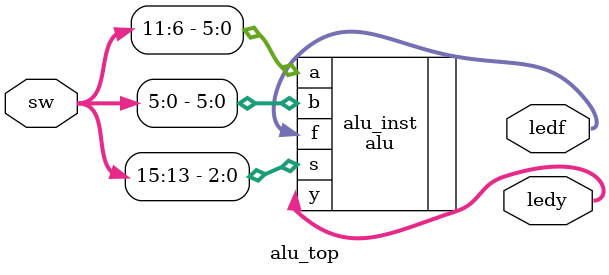
<source format=v>
module alu_top(
        input [15:0] sw,
        output [15:13] ledf,
        output [5:0] ledy
    );
    alu #(.WIDTH(6)) alu_inst(.a(sw[11:6]), .b(sw[5:0]), .s(sw[15:13]), .y(ledy), .f(ledf));
endmodule
</source>
